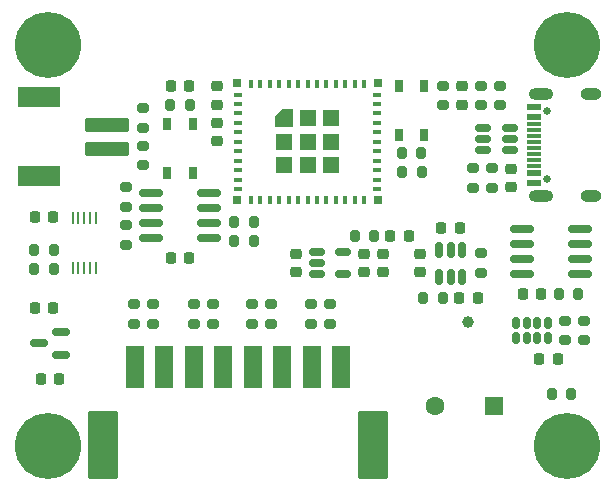
<source format=gbr>
%TF.GenerationSoftware,KiCad,Pcbnew,9.0.5*%
%TF.CreationDate,2025-11-01T17:51:25+01:00*%
%TF.ProjectId,TechBird_SmartTemp,54656368-4269-4726-945f-536d61727454,rev?*%
%TF.SameCoordinates,Original*%
%TF.FileFunction,Soldermask,Top*%
%TF.FilePolarity,Negative*%
%FSLAX46Y46*%
G04 Gerber Fmt 4.6, Leading zero omitted, Abs format (unit mm)*
G04 Created by KiCad (PCBNEW 9.0.5) date 2025-11-01 17:51:25*
%MOMM*%
%LPD*%
G01*
G04 APERTURE LIST*
G04 Aperture macros list*
%AMRoundRect*
0 Rectangle with rounded corners*
0 $1 Rounding radius*
0 $2 $3 $4 $5 $6 $7 $8 $9 X,Y pos of 4 corners*
0 Add a 4 corners polygon primitive as box body*
4,1,4,$2,$3,$4,$5,$6,$7,$8,$9,$2,$3,0*
0 Add four circle primitives for the rounded corners*
1,1,$1+$1,$2,$3*
1,1,$1+$1,$4,$5*
1,1,$1+$1,$6,$7*
1,1,$1+$1,$8,$9*
0 Add four rect primitives between the rounded corners*
20,1,$1+$1,$2,$3,$4,$5,0*
20,1,$1+$1,$4,$5,$6,$7,0*
20,1,$1+$1,$6,$7,$8,$9,0*
20,1,$1+$1,$8,$9,$2,$3,0*%
%AMOutline5P*
0 Free polygon, 5 corners , with rotation*
0 The origin of the aperture is its center*
0 number of corners: always 5*
0 $1 to $10 corner X, Y*
0 $11 Rotation angle, in degrees counterclockwise*
0 create outline with 5 corners*
4,1,5,$1,$2,$3,$4,$5,$6,$7,$8,$9,$10,$1,$2,$11*%
%AMOutline6P*
0 Free polygon, 6 corners , with rotation*
0 The origin of the aperture is its center*
0 number of corners: always 6*
0 $1 to $12 corner X, Y*
0 $13 Rotation angle, in degrees counterclockwise*
0 create outline with 6 corners*
4,1,6,$1,$2,$3,$4,$5,$6,$7,$8,$9,$10,$11,$12,$1,$2,$13*%
%AMOutline7P*
0 Free polygon, 7 corners , with rotation*
0 The origin of the aperture is its center*
0 number of corners: always 7*
0 $1 to $14 corner X, Y*
0 $15 Rotation angle, in degrees counterclockwise*
0 create outline with 7 corners*
4,1,7,$1,$2,$3,$4,$5,$6,$7,$8,$9,$10,$11,$12,$13,$14,$1,$2,$15*%
%AMOutline8P*
0 Free polygon, 8 corners , with rotation*
0 The origin of the aperture is its center*
0 number of corners: always 8*
0 $1 to $16 corner X, Y*
0 $17 Rotation angle, in degrees counterclockwise*
0 create outline with 8 corners*
4,1,8,$1,$2,$3,$4,$5,$6,$7,$8,$9,$10,$11,$12,$13,$14,$15,$16,$1,$2,$17*%
G04 Aperture macros list end*
%ADD10RoundRect,0.150000X0.587500X0.150000X-0.587500X0.150000X-0.587500X-0.150000X0.587500X-0.150000X0*%
%ADD11R,0.650000X1.050000*%
%ADD12RoundRect,0.225000X0.225000X0.250000X-0.225000X0.250000X-0.225000X-0.250000X0.225000X-0.250000X0*%
%ADD13RoundRect,0.200000X0.200000X0.275000X-0.200000X0.275000X-0.200000X-0.275000X0.200000X-0.275000X0*%
%ADD14RoundRect,0.150000X-0.512500X-0.150000X0.512500X-0.150000X0.512500X0.150000X-0.512500X0.150000X0*%
%ADD15RoundRect,0.225000X-0.225000X-0.250000X0.225000X-0.250000X0.225000X0.250000X-0.225000X0.250000X0*%
%ADD16RoundRect,0.102000X-0.700000X-1.700000X0.700000X-1.700000X0.700000X1.700000X-0.700000X1.700000X0*%
%ADD17RoundRect,0.102000X-1.150000X-2.800000X1.150000X-2.800000X1.150000X2.800000X-1.150000X2.800000X0*%
%ADD18RoundRect,0.200000X-0.275000X0.200000X-0.275000X-0.200000X0.275000X-0.200000X0.275000X0.200000X0*%
%ADD19RoundRect,0.200000X0.275000X-0.200000X0.275000X0.200000X-0.275000X0.200000X-0.275000X-0.200000X0*%
%ADD20RoundRect,0.225000X-0.250000X0.225000X-0.250000X-0.225000X0.250000X-0.225000X0.250000X0.225000X0*%
%ADD21RoundRect,0.162500X-0.162500X0.312500X-0.162500X-0.312500X0.162500X-0.312500X0.162500X0.312500X0*%
%ADD22RoundRect,0.200000X-0.200000X-0.275000X0.200000X-0.275000X0.200000X0.275000X-0.200000X0.275000X0*%
%ADD23RoundRect,0.150000X-0.825000X-0.150000X0.825000X-0.150000X0.825000X0.150000X-0.825000X0.150000X0*%
%ADD24RoundRect,0.102000X1.750000X-0.500000X1.750000X0.500000X-1.750000X0.500000X-1.750000X-0.500000X0*%
%ADD25RoundRect,0.102000X1.700000X-0.750000X1.700000X0.750000X-1.700000X0.750000X-1.700000X-0.750000X0*%
%ADD26RoundRect,0.150000X0.825000X0.150000X-0.825000X0.150000X-0.825000X-0.150000X0.825000X-0.150000X0*%
%ADD27C,5.600000*%
%ADD28RoundRect,0.218750X0.218750X0.256250X-0.218750X0.256250X-0.218750X-0.256250X0.218750X-0.256250X0*%
%ADD29RoundRect,0.225000X0.250000X-0.225000X0.250000X0.225000X-0.250000X0.225000X-0.250000X-0.225000X0*%
%ADD30R,0.250000X1.100000*%
%ADD31C,1.000000*%
%ADD32RoundRect,0.250000X0.550000X0.550000X-0.550000X0.550000X-0.550000X-0.550000X0.550000X-0.550000X0*%
%ADD33C,1.600000*%
%ADD34C,0.650000*%
%ADD35R,1.240000X0.600000*%
%ADD36R,1.240000X0.300000*%
%ADD37O,2.100000X1.000000*%
%ADD38O,1.800000X1.000000*%
%ADD39RoundRect,0.218750X0.256250X-0.218750X0.256250X0.218750X-0.256250X0.218750X-0.256250X-0.218750X0*%
%ADD40R,0.800000X0.400000*%
%ADD41R,0.400000X0.800000*%
%ADD42Outline5P,-0.725000X0.130500X-0.130500X0.725000X0.725000X0.725000X0.725000X-0.725000X-0.725000X-0.725000X0.000000*%
%ADD43R,1.450000X1.450000*%
%ADD44R,0.700000X0.700000*%
%ADD45RoundRect,0.150000X0.150000X-0.512500X0.150000X0.512500X-0.150000X0.512500X-0.150000X-0.512500X0*%
G04 APERTURE END LIST*
D10*
%TO.C,U5*%
X93137500Y-86250000D03*
X93137500Y-84350000D03*
X91262499Y-85300000D03*
%TD*%
D11*
%TO.C,SW1*%
X104275000Y-66725000D03*
X104275000Y-70875000D03*
X102125000Y-66725000D03*
X102125000Y-70850000D03*
%TD*%
D12*
%TO.C,C12*%
X103975000Y-78070000D03*
X102425000Y-78070000D03*
%TD*%
D13*
%TO.C,R6*%
X104025000Y-65100000D03*
X102375000Y-65100000D03*
%TD*%
D14*
%TO.C,U1*%
X128852500Y-67050001D03*
X128852500Y-68000000D03*
X128852500Y-68949999D03*
X131127500Y-68949999D03*
X131127500Y-68000000D03*
X131127500Y-67050001D03*
%TD*%
D13*
%TO.C,R27*%
X136325000Y-89600000D03*
X134675000Y-89600000D03*
%TD*%
D15*
%TO.C,C11*%
X90925000Y-82300000D03*
X92475000Y-82300000D03*
%TD*%
D16*
%TO.C,J3*%
X99350000Y-87300000D03*
X101850000Y-87300000D03*
X104350000Y-87300000D03*
X106850000Y-87300000D03*
X109350000Y-87300000D03*
X111850000Y-87300000D03*
X114350000Y-87300000D03*
X116850000Y-87300000D03*
D17*
X96700000Y-93900000D03*
X119500000Y-93900000D03*
%TD*%
D12*
%TO.C,C2*%
X133755001Y-81100000D03*
X132205001Y-81100000D03*
%TD*%
D18*
%TO.C,R5*%
X99300000Y-81975000D03*
X99300000Y-83625000D03*
%TD*%
%TO.C,R24*%
X114300000Y-81975000D03*
X114300000Y-83625000D03*
%TD*%
D19*
%TO.C,R11*%
X137400000Y-85025000D03*
X137400000Y-83375000D03*
%TD*%
D13*
%TO.C,R9*%
X109425000Y-76600000D03*
X107775000Y-76600000D03*
%TD*%
D20*
%TO.C,C9*%
X106300000Y-66625000D03*
X106300000Y-68175000D03*
%TD*%
D21*
%TO.C,U7*%
X134350000Y-83550000D03*
X133450000Y-83550001D03*
X132550000Y-83550001D03*
X131650000Y-83550000D03*
X131650000Y-84850000D03*
X132550000Y-84849999D03*
X133450000Y-84849999D03*
X134350000Y-84850000D03*
%TD*%
D13*
%TO.C,R12*%
X123650000Y-70800000D03*
X122000000Y-70800000D03*
%TD*%
D22*
%TO.C,R20*%
X117975000Y-76200000D03*
X119625000Y-76200000D03*
%TD*%
D23*
%TO.C,U8*%
X100725000Y-72595000D03*
X100725000Y-73865000D03*
X100725000Y-75135000D03*
X100725000Y-76405000D03*
X105675000Y-76405000D03*
X105675000Y-75135000D03*
X105675000Y-73865000D03*
X105675000Y-72595000D03*
%TD*%
D22*
%TO.C,R17*%
X90875000Y-77400000D03*
X92525000Y-77400000D03*
%TD*%
D24*
%TO.C,J2*%
X96975000Y-66800000D03*
X96975000Y-68800000D03*
D25*
X91225000Y-64450000D03*
X91225000Y-71150000D03*
%TD*%
D20*
%TO.C,C6*%
X118800000Y-77725001D03*
X118800000Y-79275001D03*
%TD*%
D26*
%TO.C,U2*%
X137075000Y-79405000D03*
X137075000Y-78135000D03*
X137075000Y-76865000D03*
X137075000Y-75595000D03*
X132125000Y-75595000D03*
X132125000Y-76865000D03*
X132125000Y-78135000D03*
X132125000Y-79405000D03*
%TD*%
D18*
%TO.C,R23*%
X109300000Y-81975000D03*
X109300000Y-83625000D03*
%TD*%
D19*
%TO.C,R10*%
X125500000Y-65125000D03*
X125500000Y-63475000D03*
%TD*%
D13*
%TO.C,R19*%
X123625000Y-69200000D03*
X121975000Y-69200000D03*
%TD*%
D19*
%TO.C,R21*%
X129600000Y-72125000D03*
X129600000Y-70475000D03*
%TD*%
D22*
%TO.C,R13*%
X135245001Y-81100000D03*
X136895001Y-81100000D03*
%TD*%
%TO.C,R18*%
X90875000Y-79000000D03*
X92525000Y-79000000D03*
%TD*%
D27*
%TO.C,H3*%
X136000000Y-60000000D03*
%TD*%
D18*
%TO.C,R7*%
X104400000Y-81975000D03*
X104400000Y-83625000D03*
%TD*%
D19*
%TO.C,R26*%
X130300000Y-65125000D03*
X130300000Y-63475000D03*
%TD*%
D15*
%TO.C,C3*%
X125325000Y-75537500D03*
X126875000Y-75537500D03*
%TD*%
D18*
%TO.C,R29*%
X106000000Y-81975000D03*
X106000000Y-83625000D03*
%TD*%
D22*
%TO.C,R1*%
X123775000Y-81437500D03*
X125425000Y-81437500D03*
%TD*%
D14*
%TO.C,U4*%
X114762500Y-77550001D03*
X114762500Y-78500000D03*
X114762500Y-79449999D03*
X117037500Y-79449999D03*
X117037500Y-77550001D03*
%TD*%
D27*
%TO.C,H2*%
X92000000Y-94000000D03*
%TD*%
D13*
%TO.C,R8*%
X109425000Y-75000000D03*
X107775000Y-75000000D03*
%TD*%
D28*
%TO.C,D1*%
X128387501Y-81437500D03*
X126812499Y-81437500D03*
%TD*%
D12*
%TO.C,C13*%
X135175000Y-86600000D03*
X133625000Y-86600000D03*
%TD*%
D29*
%TO.C,C4*%
X123550000Y-79275000D03*
X123550000Y-77725000D03*
%TD*%
D15*
%TO.C,C18*%
X102425000Y-63500000D03*
X103975000Y-63500000D03*
%TD*%
D18*
%TO.C,R22*%
X128000000Y-70475000D03*
X128000000Y-72125000D03*
%TD*%
%TO.C,R4*%
X100100000Y-68575000D03*
X100100000Y-70225000D03*
%TD*%
D12*
%TO.C,C10*%
X92975000Y-88300000D03*
X91425000Y-88300000D03*
%TD*%
D28*
%TO.C,D3*%
X122587501Y-76200000D03*
X121012499Y-76200000D03*
%TD*%
D30*
%TO.C,U9*%
X94100000Y-78950000D03*
X94600000Y-78950000D03*
X95100000Y-78950001D03*
X95600000Y-78950000D03*
X96100000Y-78950000D03*
X96100000Y-74650000D03*
X95600000Y-74650000D03*
X95100000Y-74649999D03*
X94600000Y-74650000D03*
X94100000Y-74650000D03*
%TD*%
D15*
%TO.C,C14*%
X90925000Y-74600000D03*
X92475000Y-74600000D03*
%TD*%
D18*
%TO.C,R3*%
X128650001Y-77675000D03*
X128650001Y-79325000D03*
%TD*%
D31*
%TO.C,TP3*%
X127600000Y-83500000D03*
%TD*%
D20*
%TO.C,C5*%
X113000000Y-77725003D03*
X113000000Y-79275003D03*
%TD*%
D18*
%TO.C,R30*%
X110900000Y-81975000D03*
X110900000Y-83625000D03*
%TD*%
D29*
%TO.C,C1*%
X131200000Y-72075000D03*
X131200000Y-70525000D03*
%TD*%
D20*
%TO.C,C7*%
X120400000Y-77725003D03*
X120400000Y-79275003D03*
%TD*%
D32*
%TO.C,C15*%
X129758934Y-90600000D03*
D33*
X124758934Y-90600000D03*
%TD*%
D34*
%TO.C,J1*%
X134295000Y-71390000D03*
X134295000Y-65610000D03*
D35*
X133175000Y-71700000D03*
X133175000Y-70900000D03*
D36*
X133175000Y-69750000D03*
X133175000Y-68750000D03*
X133175000Y-68250000D03*
X133175000Y-67250000D03*
D35*
X133175000Y-66100000D03*
X133175000Y-65300000D03*
X133175000Y-65300000D03*
X133175000Y-66100000D03*
D36*
X133175000Y-66750000D03*
X133175000Y-67750000D03*
X133175000Y-69250000D03*
X133175000Y-70250000D03*
D35*
X133175000Y-70900000D03*
X133175000Y-71700000D03*
D37*
X133775000Y-72820000D03*
D38*
X137975000Y-72820000D03*
D37*
X133775000Y-64180000D03*
D38*
X137975000Y-64180000D03*
%TD*%
D27*
%TO.C,H4*%
X136000000Y-94000000D03*
%TD*%
D18*
%TO.C,R15*%
X98600000Y-72075000D03*
X98600000Y-73725000D03*
%TD*%
D29*
%TO.C,C8*%
X106300000Y-65075000D03*
X106300000Y-63525000D03*
%TD*%
D18*
%TO.C,R2*%
X100100000Y-65375000D03*
X100100000Y-67025000D03*
%TD*%
%TO.C,R31*%
X115900000Y-81975000D03*
X115900000Y-83625000D03*
%TD*%
D19*
%TO.C,R14*%
X135800000Y-85025000D03*
X135800000Y-83375000D03*
%TD*%
D18*
%TO.C,R16*%
X98600000Y-75275000D03*
X98600000Y-76925000D03*
%TD*%
%TO.C,R28*%
X100900000Y-81975000D03*
X100900000Y-83625000D03*
%TD*%
D39*
%TO.C,D2*%
X127100000Y-65087501D03*
X127100000Y-63512499D03*
%TD*%
D40*
%TO.C,U6*%
X108100000Y-64225000D03*
X108100000Y-65025000D03*
X108100000Y-65825000D03*
X108100000Y-66625000D03*
X108100000Y-67425000D03*
X108100000Y-68225000D03*
X108100000Y-69025000D03*
X108100000Y-69825000D03*
X108100000Y-70625000D03*
X108100000Y-71425000D03*
X108100000Y-72225000D03*
D41*
X109200000Y-73125000D03*
X110000000Y-73125000D03*
X110800000Y-73125000D03*
X111600000Y-73125000D03*
X112400000Y-73125000D03*
X113200000Y-73125000D03*
X114000000Y-73125000D03*
X114800000Y-73125000D03*
X115600000Y-73125000D03*
X116400000Y-73125000D03*
X117200000Y-73125000D03*
X118000000Y-73125000D03*
X118800000Y-73125000D03*
D40*
X119900000Y-72225000D03*
X119900000Y-71425000D03*
X119900000Y-70625000D03*
X119900000Y-69825000D03*
X119900000Y-69025000D03*
X119900000Y-68225000D03*
X119900000Y-67425000D03*
X119900000Y-66625000D03*
X119900000Y-65825000D03*
X119900000Y-65025000D03*
X119900000Y-64225000D03*
D41*
X118800000Y-63325000D03*
X118000000Y-63325000D03*
X117200000Y-63325000D03*
X116400000Y-63325000D03*
X115600000Y-63325000D03*
X114800000Y-63325000D03*
X114000000Y-63325000D03*
X113200000Y-63325000D03*
X112400000Y-63325000D03*
X111600000Y-63325000D03*
X110800000Y-63325000D03*
X110000000Y-63325000D03*
X109200000Y-63325000D03*
D42*
X112025000Y-66250000D03*
D43*
X112025000Y-68225000D03*
X112025000Y-70200000D03*
X114000000Y-66250000D03*
X114000000Y-68225000D03*
X114000000Y-70200000D03*
X115975000Y-66250000D03*
X115975000Y-68225000D03*
X115975000Y-70200000D03*
D44*
X119950000Y-63275000D03*
X119950000Y-73175000D03*
X108050000Y-73175000D03*
X108050000Y-63275000D03*
%TD*%
D27*
%TO.C,H1*%
X92000000Y-60000000D03*
%TD*%
D45*
%TO.C,U3*%
X125150001Y-79637500D03*
X126100000Y-79637500D03*
X127049999Y-79637500D03*
X127049999Y-77362500D03*
X126100000Y-77362500D03*
X125150001Y-77362500D03*
%TD*%
D19*
%TO.C,R25*%
X128700000Y-65125000D03*
X128700000Y-63475000D03*
%TD*%
D11*
%TO.C,SW2*%
X123875000Y-63525000D03*
X123875000Y-67675000D03*
X121725000Y-63525000D03*
X121725000Y-67650000D03*
%TD*%
M02*

</source>
